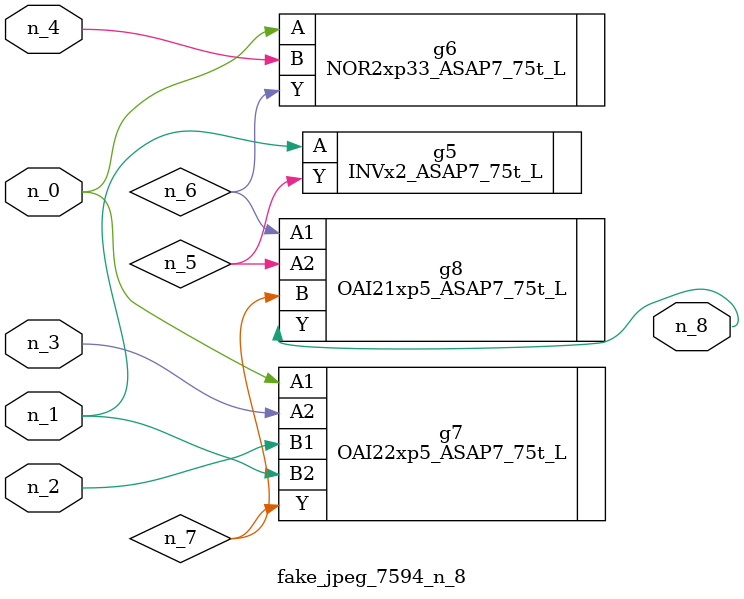
<source format=v>
module fake_jpeg_7594_n_8 (n_3, n_2, n_1, n_0, n_4, n_8);

input n_3;
input n_2;
input n_1;
input n_0;
input n_4;

output n_8;

wire n_6;
wire n_5;
wire n_7;

INVx2_ASAP7_75t_L g5 ( 
.A(n_1),
.Y(n_5)
);

NOR2xp33_ASAP7_75t_L g6 ( 
.A(n_0),
.B(n_4),
.Y(n_6)
);

OAI22xp5_ASAP7_75t_L g7 ( 
.A1(n_0),
.A2(n_3),
.B1(n_2),
.B2(n_1),
.Y(n_7)
);

OAI21xp5_ASAP7_75t_L g8 ( 
.A1(n_6),
.A2(n_5),
.B(n_7),
.Y(n_8)
);


endmodule
</source>
